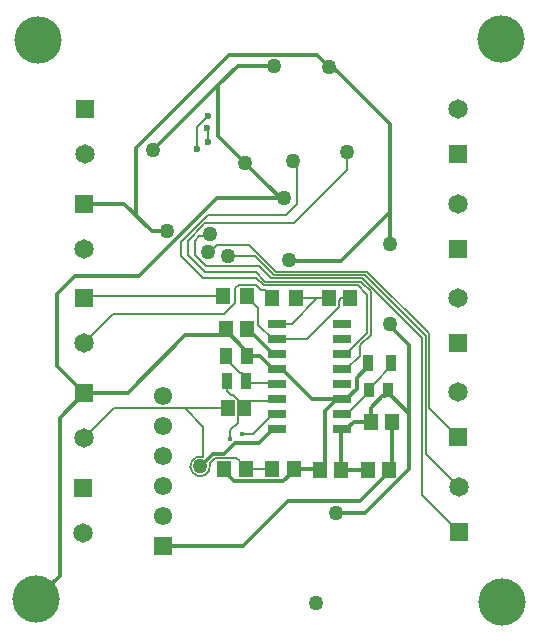
<source format=gbr>
G04*
G04 #@! TF.GenerationSoftware,Altium Limited,Altium Designer,23.3.1 (30)*
G04*
G04 Layer_Physical_Order=4*
G04 Layer_Color=16711680*
%FSLAX25Y25*%
%MOIN*%
G70*
G04*
G04 #@! TF.SameCoordinates,9E9A1B20-5B00-4279-B210-449FD35A5861*
G04*
G04*
G04 #@! TF.FilePolarity,Positive*
G04*
G01*
G75*
%ADD17R,0.04528X0.05709*%
%ADD50C,0.00591*%
%ADD52C,0.00591*%
%ADD53C,0.01181*%
%ADD55C,0.06496*%
%ADD56R,0.06496X0.06496*%
%ADD57C,0.15748*%
%ADD58R,0.06102X0.06102*%
%ADD59C,0.06102*%
%ADD60C,0.05000*%
%ADD61C,0.02362*%
%ADD62R,0.01575X0.01575*%
%ADD63R,0.03367X0.04969*%
%ADD64R,0.06004X0.02756*%
%ADD65R,0.03347X0.05315*%
%ADD66R,0.04545X0.05339*%
%ADD67R,0.04942X0.05756*%
%ADD68R,0.03740X0.05709*%
%ADD69R,0.04134X0.05709*%
D17*
X188714Y166529D02*
D03*
X181628D02*
D03*
X197617Y166569D02*
D03*
X204704D02*
D03*
X220533Y166464D02*
D03*
X213447D02*
D03*
X236451Y166399D02*
D03*
X229364D02*
D03*
X230355Y182470D02*
D03*
X237442D02*
D03*
X223501Y223498D02*
D03*
X216414D02*
D03*
X189205Y213446D02*
D03*
X182118D02*
D03*
D50*
X176777Y168301D02*
D03*
D52*
X173754Y249003D02*
G03*
X173705Y248955I3076J-3126D01*
G01*
X174914Y248558D02*
G03*
X174399Y248102I1916J-2681D01*
G01*
X174609Y170634D02*
G03*
X176777Y168238I-1046J-3125D01*
G01*
X205904Y254921D02*
Y266930D01*
X175996Y251246D02*
X202228D01*
X205904Y254921D01*
X173754Y249003D02*
X175996Y251246D01*
X204671Y248558D02*
X222518Y266405D01*
X174914Y248558D02*
X204671D01*
X204403Y268430D02*
X205904Y266930D01*
X222518Y266405D02*
Y272334D01*
X204403Y268430D02*
Y269480D01*
X169540Y244726D02*
X173705Y248955D01*
X171725Y238052D02*
X175486Y234291D01*
X171725Y238052D02*
Y242761D01*
X173311Y244347D01*
X169515Y242767D02*
X174399Y248102D01*
X169515Y238135D02*
Y242767D01*
Y238135D02*
X175264Y232386D01*
X173311Y244347D02*
X176369D01*
X176992Y244970D01*
X167263Y242449D02*
X169540Y244726D01*
X176570Y238900D02*
X179052Y241381D01*
X189784D01*
X176328Y238900D02*
X176570D01*
X189784Y241381D02*
X198774Y232392D01*
X198322Y231301D02*
X228480D01*
X191964Y237659D02*
X198322Y231301D01*
X198774Y232392D02*
X229204D01*
X182974Y237659D02*
X191964D01*
X193072Y234291D02*
X197152Y230211D01*
X175486Y234291D02*
X193072D01*
X191997Y232386D02*
X195263Y229120D01*
X175264Y232386D02*
X191997D01*
X167263Y237713D02*
X174584Y230392D01*
X192256D02*
X194763Y227885D01*
X174584Y230392D02*
X192256D01*
X197152Y230211D02*
X227521D01*
X195263Y229120D02*
X227070D01*
X194763Y227885D02*
X226142D01*
X167263Y237713D02*
Y242449D01*
X227070Y229120D02*
X230346Y225844D01*
Y211374D02*
Y225844D01*
X226877Y207905D02*
X230346Y211374D01*
X222307Y199877D02*
X226877Y204448D01*
Y207905D01*
X220683Y199877D02*
X222307D01*
Y204877D02*
X229255Y211826D01*
X226142Y227885D02*
X229255Y224772D01*
Y211826D02*
Y224772D01*
X192032Y228074D02*
X193820Y226286D01*
X186432Y228074D02*
X192032D01*
X228480Y231301D02*
X248684Y211097D01*
X229204Y232392D02*
X249774Y211821D01*
X227521Y230211D02*
X247480Y210252D01*
X248684Y171730D02*
Y211097D01*
X247480Y157933D02*
Y210252D01*
X185182Y221951D02*
Y226824D01*
X220683Y204877D02*
X222307D01*
X195173Y226286D02*
X197349Y224110D01*
X185182Y226824D02*
X186432Y228074D01*
X193820Y226286D02*
X195173D01*
X176070Y275771D02*
Y280320D01*
X175971Y280420D02*
X176070Y280320D01*
X172593Y280704D02*
X176139Y284249D01*
X172593Y273276D02*
Y280704D01*
X176070Y275771D02*
X176169Y275672D01*
X181464Y218233D02*
X185182Y221951D01*
X249774Y187041D02*
Y211821D01*
X189232Y223993D02*
Y224400D01*
X168417Y186826D02*
X174609Y180634D01*
Y170634D02*
Y180634D01*
X176777Y168301D02*
X176777Y168238D01*
X144744Y186826D02*
X168417D01*
X182696D01*
X186746Y168497D02*
Y169155D01*
X185632Y170268D02*
X186746Y169155D01*
Y168497D02*
X188714Y166529D01*
X178500Y170268D02*
X185632D01*
X176777Y168545D02*
X178500Y170268D01*
X176777Y168301D02*
X176777Y168545D01*
X134874Y176955D02*
X144744Y186826D01*
X188714Y166529D02*
X188959D01*
X189204D02*
X197578D01*
X134855Y208625D02*
X144463Y218233D01*
X181464D01*
X197349Y223703D02*
Y224110D01*
X134855Y223625D02*
X135630Y224400D01*
X181157D01*
X247480Y157933D02*
X259691Y145723D01*
X248684Y171730D02*
X259691Y160723D01*
X249774Y187041D02*
X259602Y177213D01*
X187526Y178327D02*
X191154D01*
X197705Y184877D01*
X197578Y166529D02*
X197617Y166569D01*
X187592Y198508D02*
X188970Y197130D01*
Y196146D02*
X189861Y195255D01*
X188970Y196146D02*
Y197130D01*
X189861Y195255D02*
X198951D01*
X199328Y194877D01*
X191408Y221817D02*
X191412D01*
X189232Y223993D02*
X191408Y221817D01*
X191412D02*
X192927Y220302D01*
X205424Y223703D02*
X205629Y223498D01*
X212620D01*
X216414D01*
X220473D02*
X223501D01*
X219740Y222765D02*
X220473Y223498D01*
X192927Y214655D02*
Y220302D01*
X204000Y214877D02*
X212620Y223498D01*
X219740Y220581D02*
Y222765D01*
X229678Y192952D02*
Y193753D01*
X231066Y195142D02*
X231399D01*
X229678Y192151D02*
Y192952D01*
Y193753D02*
X231066Y195142D01*
X220683Y184877D02*
X221765Y185960D01*
X183589Y179622D02*
X186040Y182074D01*
X182474Y192603D02*
Y196146D01*
Y192603D02*
X183863Y191214D01*
X184374D01*
X186040Y182074D02*
Y184848D01*
X188018Y187223D02*
X189995Y189200D01*
X186040Y184848D02*
X188018Y186826D01*
Y187223D01*
X184374Y191214D02*
X186040Y189548D01*
Y188803D02*
Y189548D01*
Y188803D02*
X188018Y186826D01*
X183589Y176752D02*
Y179622D01*
X182019Y203399D02*
Y204187D01*
Y203399D02*
X186911Y198508D01*
X237220Y200962D02*
Y201946D01*
X231399Y195142D02*
X237220Y200962D01*
X199328Y214877D02*
X204000D01*
X192927Y214655D02*
X197705Y209877D01*
X186911Y198508D02*
X187592D01*
X197705Y209877D02*
X199328D01*
X221765Y185960D02*
X223487D01*
X229678Y192151D01*
X189995Y189200D02*
X198651D01*
X199328Y189877D01*
Y209877D02*
X209037D01*
X219740Y220581D01*
X197705Y184877D02*
X199328D01*
D53*
X195480Y261723D02*
X200555Y256851D01*
X201609D01*
X179142D02*
X200555D01*
X153289Y230998D02*
X179142Y256851D01*
X201508Y255956D02*
X201609Y256851D01*
X200816Y255264D02*
X201508Y255956D01*
X195471Y261732D02*
X195480Y261723D01*
X188524Y268679D02*
X195471Y261732D01*
X157355Y246060D02*
X162491D01*
X148313Y255101D02*
X157355Y246060D01*
X131750Y230998D02*
X153289D01*
X216651Y300627D02*
X217684D01*
X218977Y299334D01*
X219036D01*
X218923Y151826D02*
X228538D01*
X243227Y166515D01*
X126668Y130915D02*
Y183749D01*
X118975Y123223D02*
X126668Y130915D01*
Y183749D02*
X134874Y191955D01*
X179545Y277658D02*
X188524Y268679D01*
X183232Y304623D02*
X212654D01*
X152304Y273695D02*
X183232Y304623D01*
X152304Y251497D02*
Y273695D01*
X157953Y272981D02*
X179545Y294573D01*
X134910Y255101D02*
X148313D01*
X179545Y294573D02*
X186005Y301033D01*
X179545Y277658D02*
Y294573D01*
X186005Y301033D02*
X198324D01*
X203037Y236457D02*
X203510Y235984D01*
X220483D01*
X236791Y252292D01*
X243227Y185102D02*
Y208025D01*
X236919Y214332D02*
Y214901D01*
Y214332D02*
X243227Y208025D01*
X236791Y241913D02*
Y252292D01*
Y241913D02*
X236934Y241769D01*
X180445Y211182D02*
X182118Y212856D01*
X168602Y211182D02*
X180445D01*
X149375Y191955D02*
X168602Y211182D01*
X182118Y212856D02*
Y213446D01*
X134874Y191955D02*
X149375D01*
X190878Y211182D02*
X191399D01*
X197705Y204877D02*
X199328D01*
X191399Y211182D02*
X197705Y204877D01*
X189205Y212856D02*
X190878Y211182D01*
X189205Y212856D02*
Y213446D01*
X161294Y140997D02*
X187697D01*
X202794Y156094D01*
X226736D01*
X236451Y165809D01*
Y166399D01*
X210952Y189877D02*
X219059D01*
X220683D01*
X215120Y185939D02*
X219059Y189877D01*
X215120Y168137D02*
Y185939D01*
X213447Y166464D02*
X215120Y168137D01*
X236178Y192151D02*
X243227Y185102D01*
Y166515D02*
Y185102D01*
X236178Y192151D02*
Y192952D01*
X235085Y191058D02*
X236178Y192151D01*
X204704Y166569D02*
X213342D01*
X201310Y162584D02*
X204704Y165978D01*
X184982Y162584D02*
X201310D01*
X181628Y165938D02*
X184982Y162584D01*
X181628Y165938D02*
Y166529D01*
X173563Y167509D02*
X173781D01*
X177926Y171654D01*
X181608D01*
X185131Y175177D01*
X187526D01*
X125832Y225080D02*
X131750Y230998D01*
X125832Y200997D02*
X134874Y191955D01*
X125832Y200997D02*
Y225080D01*
X200953Y199877D02*
X210952Y189877D01*
X189303Y204187D02*
X193395D01*
X213342Y166569D02*
X213447Y166464D01*
X220533D02*
X220598Y166399D01*
X229364D01*
X204704Y165978D02*
Y166569D01*
X199328Y199877D02*
X200953D01*
X197705D02*
X199328D01*
X193395Y204187D02*
X197705Y199877D01*
X225678Y193249D02*
Y197098D01*
X234318Y191058D02*
X235085D01*
X220533Y179728D02*
X220683Y179877D01*
X224900Y182470D02*
X230355D01*
X222307Y179877D02*
X224900Y182470D01*
X220683Y179877D02*
X222307D01*
X230355Y182470D02*
Y187096D01*
X182118Y212856D02*
X187827Y207147D01*
X220533Y166464D02*
Y179728D01*
X237442Y167390D02*
Y182470D01*
X236451Y166399D02*
X237442Y167390D01*
X197705Y179877D02*
X199328D01*
X193005Y175177D02*
X197705Y179877D01*
X187526Y175177D02*
X193005D01*
X229542Y200962D02*
Y201946D01*
X225678Y197098D02*
X229542Y200962D01*
X187827Y205663D02*
Y207147D01*
Y205663D02*
X189303Y204187D01*
X222307Y189877D02*
X225678Y193249D01*
X230355Y187096D02*
X234318Y191058D01*
X220683Y189877D02*
X222307D01*
X219036Y299334D02*
X236791Y281579D01*
Y265545D02*
Y281579D01*
X212654Y304623D02*
X216651Y300627D01*
X236791Y252292D02*
Y265426D01*
D55*
X134910Y240101D02*
D03*
X259602Y192213D02*
D03*
X134855Y208625D02*
D03*
X134874Y176955D02*
D03*
X259639Y223522D02*
D03*
X259503Y286800D02*
D03*
Y255098D02*
D03*
X259691Y160723D02*
D03*
X135066Y271644D02*
D03*
X134598Y145386D02*
D03*
D56*
X135066Y286644D02*
D03*
X259602Y177213D02*
D03*
X134855Y223625D02*
D03*
X134874Y191955D02*
D03*
X259639Y208522D02*
D03*
X259503Y271800D02*
D03*
Y240098D02*
D03*
X259691Y145723D02*
D03*
X134910Y255101D02*
D03*
X134598Y160386D02*
D03*
D57*
X118975Y123223D02*
D03*
X274005Y122283D02*
D03*
X119387Y309595D02*
D03*
X273759Y310090D02*
D03*
D58*
X161294Y140997D02*
D03*
D59*
Y150996D02*
D03*
Y160996D02*
D03*
Y170996D02*
D03*
Y180997D02*
D03*
Y190997D02*
D03*
D60*
X212148Y122047D02*
D03*
X201609Y256851D02*
D03*
X176992Y244970D02*
D03*
X176328Y238900D02*
D03*
X182974Y237659D02*
D03*
X162491Y246060D02*
D03*
X218923Y151826D02*
D03*
X204403Y269480D02*
D03*
X222518Y272334D02*
D03*
X157953Y272981D02*
D03*
X188524Y268679D02*
D03*
X203037Y236457D02*
D03*
X236919Y214901D02*
D03*
X236934Y241769D02*
D03*
X173563Y167509D02*
D03*
X198324Y301033D02*
D03*
X216651Y300627D02*
D03*
D61*
X175971Y280420D02*
D03*
X176139Y284249D02*
D03*
X176169Y275672D02*
D03*
X172593Y273276D02*
D03*
D62*
X183589Y176752D02*
D03*
X187526Y175177D02*
D03*
Y178327D02*
D03*
D63*
X229678Y192952D02*
D03*
X236178D02*
D03*
D64*
X199328Y179877D02*
D03*
Y184877D02*
D03*
Y189877D02*
D03*
Y194877D02*
D03*
Y199877D02*
D03*
Y204877D02*
D03*
Y209877D02*
D03*
Y214877D02*
D03*
X220683D02*
D03*
Y209877D02*
D03*
Y204877D02*
D03*
Y199877D02*
D03*
Y194877D02*
D03*
Y189877D02*
D03*
Y184877D02*
D03*
Y179877D02*
D03*
D65*
X188970Y196146D02*
D03*
X182474D02*
D03*
D66*
X188018Y186826D02*
D03*
X182696D02*
D03*
D67*
X205424Y223703D02*
D03*
X197349D02*
D03*
X189232Y224400D02*
D03*
X181157D02*
D03*
D68*
X229542Y201946D02*
D03*
X237220D02*
D03*
D69*
X189303Y204187D02*
D03*
X182019D02*
D03*
M02*

</source>
